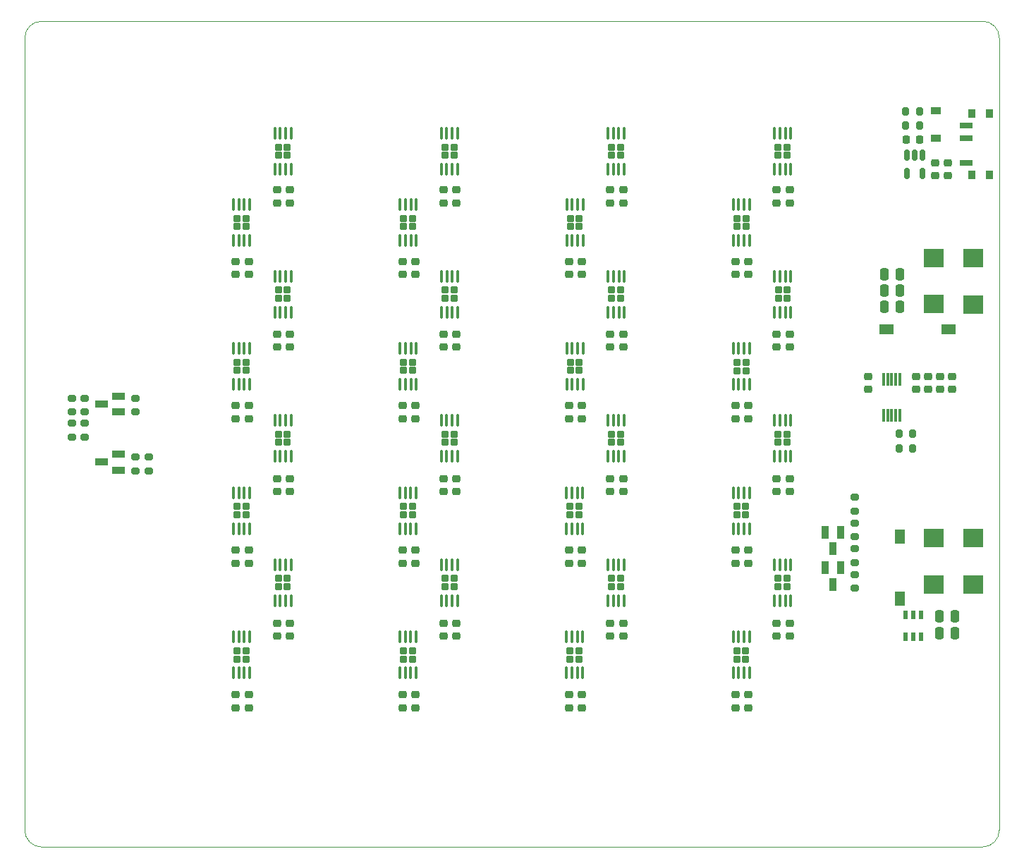
<source format=gtp>
G04 #@! TF.GenerationSoftware,KiCad,Pcbnew,(6.0.10)*
G04 #@! TF.CreationDate,2023-12-11T17:01:48-05:00*
G04 #@! TF.ProjectId,UltrasonicDrive,556c7472-6173-46f6-9e69-634472697665,rev?*
G04 #@! TF.SameCoordinates,Original*
G04 #@! TF.FileFunction,Paste,Top*
G04 #@! TF.FilePolarity,Positive*
%FSLAX46Y46*%
G04 Gerber Fmt 4.6, Leading zero omitted, Abs format (unit mm)*
G04 Created by KiCad (PCBNEW (6.0.10)) date 2023-12-11 17:01:48*
%MOMM*%
%LPD*%
G01*
G04 APERTURE LIST*
G04 Aperture macros list*
%AMRoundRect*
0 Rectangle with rounded corners*
0 $1 Rounding radius*
0 $2 $3 $4 $5 $6 $7 $8 $9 X,Y pos of 4 corners*
0 Add a 4 corners polygon primitive as box body*
4,1,4,$2,$3,$4,$5,$6,$7,$8,$9,$2,$3,0*
0 Add four circle primitives for the rounded corners*
1,1,$1+$1,$2,$3*
1,1,$1+$1,$4,$5*
1,1,$1+$1,$6,$7*
1,1,$1+$1,$8,$9*
0 Add four rect primitives between the rounded corners*
20,1,$1+$1,$2,$3,$4,$5,0*
20,1,$1+$1,$4,$5,$6,$7,0*
20,1,$1+$1,$6,$7,$8,$9,0*
20,1,$1+$1,$8,$9,$2,$3,0*%
G04 Aperture macros list end*
G04 #@! TA.AperFunction,Profile*
%ADD10C,0.100000*%
G04 #@! TD*
%ADD11RoundRect,0.225000X0.250000X-0.225000X0.250000X0.225000X-0.250000X0.225000X-0.250000X-0.225000X0*%
%ADD12RoundRect,0.205000X-0.245000X0.205000X-0.245000X-0.205000X0.245000X-0.205000X0.245000X0.205000X0*%
%ADD13RoundRect,0.100000X-0.100000X0.625000X-0.100000X-0.625000X0.100000X-0.625000X0.100000X0.625000X0*%
%ADD14RoundRect,0.225000X-0.250000X0.225000X-0.250000X-0.225000X0.250000X-0.225000X0.250000X0.225000X0*%
%ADD15RoundRect,0.200000X-0.275000X0.200000X-0.275000X-0.200000X0.275000X-0.200000X0.275000X0.200000X0*%
%ADD16RoundRect,0.250000X0.250000X0.475000X-0.250000X0.475000X-0.250000X-0.475000X0.250000X-0.475000X0*%
%ADD17R,1.600200X0.863600*%
%ADD18R,2.449195X2.179396*%
%ADD19R,1.219200X1.778000*%
%ADD20R,0.863600X1.600200*%
%ADD21RoundRect,0.200000X0.200000X0.275000X-0.200000X0.275000X-0.200000X-0.275000X0.200000X-0.275000X0*%
%ADD22RoundRect,0.200000X0.275000X-0.200000X0.275000X0.200000X-0.275000X0.200000X-0.275000X-0.200000X0*%
%ADD23R,1.200000X0.900000*%
%ADD24RoundRect,0.200000X-0.200000X-0.275000X0.200000X-0.275000X0.200000X0.275000X-0.200000X0.275000X0*%
%ADD25RoundRect,0.150000X-0.150000X0.512500X-0.150000X-0.512500X0.150000X-0.512500X0.150000X0.512500X0*%
%ADD26R,1.498600X0.711200*%
%ADD27R,0.812800X0.990600*%
%ADD28R,1.778000X1.219200*%
%ADD29R,0.330200X1.524000*%
%ADD30R,0.508000X1.016000*%
%ADD31RoundRect,0.225000X0.225000X0.250000X-0.225000X0.250000X-0.225000X-0.250000X0.225000X-0.250000X0*%
G04 APERTURE END LIST*
D10*
X312719114Y-47450000D02*
X312714900Y-142595786D01*
X312719100Y-47450000D02*
G75*
G03*
X310719114Y-45450000I-2000000J0D01*
G01*
X195723314Y-142595786D02*
G75*
G03*
X197723328Y-144595786I1999986J-14D01*
G01*
X195723328Y-142595786D02*
X195723328Y-47454213D01*
X197723328Y-45454213D02*
X310719114Y-45450000D01*
X310714900Y-144595786D02*
X197723328Y-144595786D01*
X310714900Y-144595800D02*
G75*
G03*
X312714900Y-142595786I0J2000000D01*
G01*
X197723328Y-45454228D02*
G75*
G03*
X195723328Y-47454213I-28J-1999972D01*
G01*
D11*
X305620000Y-89640000D03*
X305620000Y-88090000D03*
D12*
X287240000Y-60560000D03*
X286160000Y-61540000D03*
X287240000Y-61540000D03*
X286160000Y-60560000D03*
D13*
X287675000Y-58900000D03*
X287025000Y-58900000D03*
X286375000Y-58900000D03*
X285725000Y-58900000D03*
X285725000Y-63200000D03*
X286375000Y-63200000D03*
X287025000Y-63200000D03*
X287675000Y-63200000D03*
D14*
X221050000Y-74275000D03*
X221050000Y-75825000D03*
X282600000Y-126325000D03*
X282600000Y-127875000D03*
X222600000Y-91625000D03*
X222600000Y-93175000D03*
X262600000Y-126325000D03*
X262600000Y-127875000D03*
D15*
X295330000Y-111880000D03*
X295330000Y-113530000D03*
D14*
X286000000Y-65700000D03*
X286000000Y-67250000D03*
X227550000Y-100400000D03*
X227550000Y-101950000D03*
D16*
X300820000Y-77760000D03*
X298920000Y-77760000D03*
D17*
X206954834Y-99350000D03*
X206954834Y-97449998D03*
X204943834Y-98399999D03*
D18*
X304870000Y-79436494D03*
X304870000Y-73863506D03*
D14*
X281050000Y-74275000D03*
X281050000Y-75825000D03*
X242600000Y-108975000D03*
X242600000Y-110525000D03*
D12*
X261197020Y-103734487D03*
X261197020Y-104714487D03*
X262277020Y-103734487D03*
X262277020Y-104714487D03*
D13*
X262712020Y-102074487D03*
X262062020Y-102074487D03*
X261412020Y-102074487D03*
X260762020Y-102074487D03*
X260762020Y-106374487D03*
X261412020Y-106374487D03*
X262062020Y-106374487D03*
X262712020Y-106374487D03*
D14*
X247550000Y-100400000D03*
X247550000Y-101950000D03*
D17*
X206955250Y-92350252D03*
X206955250Y-90450250D03*
X204944250Y-91400251D03*
D11*
X302700000Y-89625000D03*
X302700000Y-88075000D03*
D14*
X262600000Y-91625000D03*
X262600000Y-93175000D03*
D19*
X300770000Y-107307000D03*
X300770000Y-114800000D03*
D14*
X267550000Y-83050000D03*
X267550000Y-84600000D03*
X282600000Y-91625000D03*
X282600000Y-93175000D03*
D12*
X246162020Y-96031028D03*
X247242020Y-96031028D03*
X247242020Y-95051028D03*
X246162020Y-95051028D03*
D13*
X247677020Y-93391028D03*
X247027020Y-93391028D03*
X246377020Y-93391028D03*
X245727020Y-93391028D03*
X245727020Y-97691028D03*
X246377020Y-97691028D03*
X247027020Y-97691028D03*
X247677020Y-97691028D03*
D12*
X242277020Y-121054995D03*
X242277020Y-122034995D03*
X241197020Y-122034995D03*
X241197020Y-121054995D03*
D13*
X242712020Y-119394995D03*
X242062020Y-119394995D03*
X241412020Y-119394995D03*
X240762020Y-119394995D03*
X240762020Y-123694995D03*
X241412020Y-123694995D03*
X242062020Y-123694995D03*
X242712020Y-123694995D03*
D15*
X202932832Y-90713004D03*
X202932832Y-92363004D03*
D11*
X305050000Y-63975000D03*
X305050000Y-62425000D03*
D20*
X293680001Y-106796000D03*
X291779999Y-106796000D03*
X292730000Y-108807000D03*
D14*
X296975000Y-88075000D03*
X296975000Y-89625000D03*
X226000000Y-83050000D03*
X226000000Y-84600000D03*
X287550000Y-83050000D03*
X287550000Y-84600000D03*
D12*
X241215000Y-70089459D03*
X242295000Y-70089459D03*
X242295000Y-69109459D03*
X241215000Y-69109459D03*
D13*
X242730000Y-67449459D03*
X242080000Y-67449459D03*
X241430000Y-67449459D03*
X240780000Y-67449459D03*
X240780000Y-71749459D03*
X241430000Y-71749459D03*
X242080000Y-71749459D03*
X242730000Y-71749459D03*
D12*
X262277020Y-121054995D03*
X261197020Y-121054995D03*
X262277020Y-122034995D03*
X261197020Y-122034995D03*
D13*
X262712020Y-119394995D03*
X262062020Y-119394995D03*
X261412020Y-119394995D03*
X260762020Y-119394995D03*
X260762020Y-123694995D03*
X261412020Y-123694995D03*
X262062020Y-123694995D03*
X262712020Y-123694995D03*
D14*
X226000000Y-65700000D03*
X226000000Y-67250000D03*
D16*
X307420000Y-116890000D03*
X305520000Y-116890000D03*
D11*
X304160000Y-89630000D03*
X304160000Y-88080000D03*
D16*
X307420000Y-118970000D03*
X305520000Y-118970000D03*
D14*
X222600000Y-108975000D03*
X222600000Y-110525000D03*
X226000000Y-117750000D03*
X226000000Y-119300000D03*
X221050000Y-126325000D03*
X221050000Y-127875000D03*
X261050000Y-91625000D03*
X261050000Y-93175000D03*
X241050000Y-126325000D03*
X241050000Y-127875000D03*
D21*
X302325000Y-96790000D03*
X300675000Y-96790000D03*
D14*
X266000000Y-117750000D03*
X266000000Y-119300000D03*
X286000000Y-83050000D03*
X286000000Y-84600000D03*
D22*
X208999750Y-92375251D03*
X208999750Y-90725251D03*
D12*
X247240000Y-61540000D03*
X246160000Y-61540000D03*
X247240000Y-60560000D03*
X246160000Y-60560000D03*
D13*
X247675000Y-58900000D03*
X247025000Y-58900000D03*
X246375000Y-58900000D03*
X245725000Y-58900000D03*
X245725000Y-63200000D03*
X246375000Y-63200000D03*
X247025000Y-63200000D03*
X247675000Y-63200000D03*
D14*
X261050000Y-108975000D03*
X261050000Y-110525000D03*
D16*
X300820000Y-75797500D03*
X298920000Y-75797500D03*
D12*
X266160000Y-60560000D03*
X267240000Y-60560000D03*
X266160000Y-61540000D03*
X267240000Y-61540000D03*
D13*
X267675000Y-58900000D03*
X267025000Y-58900000D03*
X266375000Y-58900000D03*
X265725000Y-58900000D03*
X265725000Y-63200000D03*
X266375000Y-63200000D03*
X267025000Y-63200000D03*
X267675000Y-63200000D03*
D14*
X266000000Y-65700000D03*
X266000000Y-67250000D03*
X281050000Y-108975000D03*
X281050000Y-110525000D03*
D12*
X281215000Y-87396508D03*
X282295000Y-86416508D03*
X282295000Y-87396508D03*
X281215000Y-86416508D03*
D13*
X282730000Y-84756508D03*
X282080000Y-84756508D03*
X281430000Y-84756508D03*
X280780000Y-84756508D03*
X280780000Y-89056508D03*
X281430000Y-89056508D03*
X282080000Y-89056508D03*
X282730000Y-89056508D03*
D14*
X246000000Y-65700000D03*
X246000000Y-67250000D03*
D12*
X247258274Y-78710681D03*
X246178274Y-78710681D03*
X247258274Y-77730681D03*
X246178274Y-77730681D03*
D13*
X247693274Y-76070681D03*
X247043274Y-76070681D03*
X246393274Y-76070681D03*
X245743274Y-76070681D03*
X245743274Y-80370681D03*
X246393274Y-80370681D03*
X247043274Y-80370681D03*
X247693274Y-80370681D03*
D14*
X261050000Y-74275000D03*
X261050000Y-75825000D03*
X287550000Y-100400000D03*
X287550000Y-101950000D03*
D12*
X246162020Y-112371536D03*
X247242020Y-112371536D03*
X247242020Y-113351536D03*
X246162020Y-113351536D03*
D13*
X247677020Y-110711536D03*
X247027020Y-110711536D03*
X246377020Y-110711536D03*
X245727020Y-110711536D03*
X245727020Y-115011536D03*
X246377020Y-115011536D03*
X247027020Y-115011536D03*
X247677020Y-115011536D03*
D14*
X266000000Y-100400000D03*
X266000000Y-101950000D03*
D15*
X201380000Y-93730000D03*
X201380000Y-95380000D03*
D23*
X305062500Y-59525000D03*
X305062500Y-56225000D03*
D11*
X307080000Y-89640000D03*
X307080000Y-88090000D03*
D14*
X242600000Y-74275000D03*
X242600000Y-75825000D03*
D12*
X241197020Y-103734487D03*
X242277020Y-103734487D03*
X241197020Y-104714487D03*
X242277020Y-104714487D03*
D13*
X242712020Y-102074487D03*
X242062020Y-102074487D03*
X241412020Y-102074487D03*
X240762020Y-102074487D03*
X240762020Y-106374487D03*
X241412020Y-106374487D03*
X242062020Y-106374487D03*
X242712020Y-106374487D03*
D12*
X266162020Y-112371536D03*
X267242020Y-113351536D03*
X267242020Y-112371536D03*
X266162020Y-113351536D03*
D13*
X267677020Y-110711536D03*
X267027020Y-110711536D03*
X266377020Y-110711536D03*
X265727020Y-110711536D03*
X265727020Y-115011536D03*
X266377020Y-115011536D03*
X267027020Y-115011536D03*
X267677020Y-115011536D03*
D14*
X267550000Y-100400000D03*
X267550000Y-101950000D03*
D24*
X301487500Y-56275000D03*
X303137500Y-56275000D03*
D14*
X221050000Y-91625000D03*
X221050000Y-93175000D03*
D12*
X222277020Y-87393979D03*
X221197020Y-86413979D03*
X222277020Y-86413979D03*
X221197020Y-87393979D03*
D13*
X222712020Y-84753979D03*
X222062020Y-84753979D03*
X221412020Y-84753979D03*
X220762020Y-84753979D03*
X220762020Y-89053979D03*
X221412020Y-89053979D03*
X222062020Y-89053979D03*
X222712020Y-89053979D03*
D14*
X227550000Y-65700000D03*
X227550000Y-67250000D03*
X242600000Y-91625000D03*
X242600000Y-93175000D03*
X261050000Y-126325000D03*
X261050000Y-127875000D03*
D12*
X267242020Y-95051028D03*
X267242020Y-96031028D03*
X266162020Y-96031028D03*
X266162020Y-95051028D03*
D13*
X267677020Y-93391028D03*
X267027020Y-93391028D03*
X266377020Y-93391028D03*
X265727020Y-93391028D03*
X265727020Y-97691028D03*
X266377020Y-97691028D03*
X267027020Y-97691028D03*
X267677020Y-97691028D03*
D12*
X286162020Y-96031028D03*
X286162020Y-95051028D03*
X287242020Y-96031028D03*
X287242020Y-95051028D03*
D13*
X287677020Y-93391028D03*
X287027020Y-93391028D03*
X286377020Y-93391028D03*
X285727020Y-93391028D03*
X285727020Y-97691028D03*
X286377020Y-97691028D03*
X287027020Y-97691028D03*
X287677020Y-97691028D03*
D12*
X226162020Y-113351536D03*
X227242020Y-113351536D03*
X227242020Y-112371536D03*
X226162020Y-112371536D03*
D13*
X227677020Y-110711536D03*
X227027020Y-110711536D03*
X226377020Y-110711536D03*
X225727020Y-110711536D03*
X225727020Y-115011536D03*
X226377020Y-115011536D03*
X227027020Y-115011536D03*
X227677020Y-115011536D03*
D15*
X210577750Y-97774999D03*
X210577750Y-99424999D03*
D12*
X221215000Y-69126000D03*
X221215000Y-70106000D03*
X222295000Y-70106000D03*
X222295000Y-69126000D03*
D13*
X222730000Y-67466000D03*
X222080000Y-67466000D03*
X221430000Y-67466000D03*
X220780000Y-67466000D03*
X220780000Y-71766000D03*
X221430000Y-71766000D03*
X222080000Y-71766000D03*
X222730000Y-71766000D03*
D14*
X286000000Y-100400000D03*
X286000000Y-101950000D03*
D24*
X301487500Y-57975000D03*
X303137500Y-57975000D03*
D25*
X303487500Y-61487500D03*
X302537500Y-61487500D03*
X301587500Y-61487500D03*
X301587500Y-63762500D03*
X303487500Y-63762500D03*
D20*
X293680001Y-111074500D03*
X291779999Y-111074500D03*
X292730000Y-113085500D03*
D14*
X262600000Y-74275000D03*
X262600000Y-75825000D03*
D12*
X286180000Y-78713049D03*
X287260000Y-77733049D03*
X286180000Y-77733049D03*
X287260000Y-78713049D03*
D13*
X287695000Y-76073049D03*
X287045000Y-76073049D03*
X286395000Y-76073049D03*
X285745000Y-76073049D03*
X285745000Y-80373049D03*
X286395000Y-80373049D03*
X287045000Y-80373049D03*
X287695000Y-80373049D03*
D26*
X308700000Y-62470001D03*
X308700000Y-59469999D03*
X308700000Y-57969999D03*
D27*
X309400001Y-63870000D03*
X309400001Y-56570000D03*
X311500000Y-63870000D03*
X311500000Y-56570000D03*
D14*
X222600000Y-74275000D03*
X222600000Y-75825000D03*
D12*
X227242020Y-78710520D03*
X227242020Y-77730520D03*
X226162020Y-78710520D03*
X226162020Y-77730520D03*
D13*
X227677020Y-76070520D03*
X227027020Y-76070520D03*
X226377020Y-76070520D03*
X225727020Y-76070520D03*
X225727020Y-80370520D03*
X226377020Y-80370520D03*
X227027020Y-80370520D03*
X227677020Y-80370520D03*
D14*
X267550000Y-65700000D03*
X267550000Y-67250000D03*
X227550000Y-117750000D03*
X227550000Y-119300000D03*
X281050000Y-91625000D03*
X281050000Y-93175000D03*
D12*
X261213274Y-87394140D03*
X262293274Y-86414140D03*
X262293274Y-87394140D03*
X261213274Y-86414140D03*
D13*
X262728274Y-84754140D03*
X262078274Y-84754140D03*
X261428274Y-84754140D03*
X260778274Y-84754140D03*
X260778274Y-89054140D03*
X261428274Y-89054140D03*
X262078274Y-89054140D03*
X262728274Y-89054140D03*
D28*
X299143500Y-82440000D03*
X306636500Y-82440000D03*
D12*
X281215000Y-69109459D03*
X282295000Y-69109459D03*
X281215000Y-70089459D03*
X282295000Y-70089459D03*
D13*
X282730000Y-67449459D03*
X282080000Y-67449459D03*
X281430000Y-67449459D03*
X280780000Y-67449459D03*
X280780000Y-71749459D03*
X281430000Y-71749459D03*
X282080000Y-71749459D03*
X282730000Y-71749459D03*
D14*
X227550000Y-83050000D03*
X227550000Y-84600000D03*
D22*
X295330000Y-110426500D03*
X295330000Y-108776500D03*
D12*
X222277020Y-122034995D03*
X222277020Y-121054995D03*
X221197020Y-121054995D03*
X221197020Y-122034995D03*
D13*
X222712020Y-119394995D03*
X222062020Y-119394995D03*
X221412020Y-119394995D03*
X220762020Y-119394995D03*
X220762020Y-123694995D03*
X221412020Y-123694995D03*
X222062020Y-123694995D03*
X222712020Y-123694995D03*
D14*
X282600000Y-108975000D03*
X282600000Y-110525000D03*
X281050000Y-126325000D03*
X281050000Y-127875000D03*
X287550000Y-65700000D03*
X287550000Y-67250000D03*
D29*
X300800001Y-88428300D03*
X300299999Y-88428300D03*
X299800000Y-88428300D03*
X299300001Y-88428300D03*
X298799999Y-88428300D03*
X298799999Y-92771700D03*
X299300001Y-92771700D03*
X299800000Y-92771700D03*
X300299999Y-92771700D03*
X300800001Y-92771700D03*
D14*
X247550000Y-65700000D03*
X247550000Y-67250000D03*
D12*
X286162020Y-113351536D03*
X287242020Y-112371536D03*
X287242020Y-113351536D03*
X286162020Y-112371536D03*
D13*
X287677020Y-110711536D03*
X287027020Y-110711536D03*
X286377020Y-110711536D03*
X285727020Y-110711536D03*
X285727020Y-115011536D03*
X286377020Y-115011536D03*
X287027020Y-115011536D03*
X287677020Y-115011536D03*
D14*
X266000000Y-83050000D03*
X266000000Y-84600000D03*
D11*
X306575000Y-63975000D03*
X306575000Y-62425000D03*
D12*
X226160000Y-60560000D03*
X227240000Y-60560000D03*
X226160000Y-61540000D03*
X227240000Y-61540000D03*
D13*
X227675000Y-58900000D03*
X227025000Y-58900000D03*
X226375000Y-58900000D03*
X225725000Y-58900000D03*
X225725000Y-63200000D03*
X226375000Y-63200000D03*
X227025000Y-63200000D03*
X227675000Y-63200000D03*
D14*
X246000000Y-117750000D03*
X246000000Y-119300000D03*
D15*
X295321500Y-102630000D03*
X295321500Y-104280000D03*
D14*
X221050000Y-108975000D03*
X221050000Y-110525000D03*
X241050000Y-108975000D03*
X241050000Y-110525000D03*
X247550000Y-117750000D03*
X247550000Y-119300000D03*
D18*
X309620000Y-107537012D03*
X309620000Y-113110000D03*
X309610000Y-79456494D03*
X309610000Y-73883506D03*
D14*
X262600000Y-108975000D03*
X262600000Y-110525000D03*
X241050000Y-91625000D03*
X241050000Y-93175000D03*
D12*
X227242020Y-95051028D03*
X226162020Y-96031028D03*
X227242020Y-96031028D03*
X226162020Y-95051028D03*
D13*
X227677020Y-93391028D03*
X227027020Y-93391028D03*
X226377020Y-93391028D03*
X225727020Y-93391028D03*
X225727020Y-97691028D03*
X226377020Y-97691028D03*
X227027020Y-97691028D03*
X227677020Y-97691028D03*
D14*
X246000000Y-100400000D03*
X246000000Y-101950000D03*
X282600000Y-74275000D03*
X282600000Y-75825000D03*
D15*
X208972250Y-97774999D03*
X208972250Y-99424999D03*
D22*
X201382832Y-92363004D03*
X201382832Y-90713004D03*
D12*
X281197020Y-121054995D03*
X281197020Y-122034995D03*
X282277020Y-122034995D03*
X282277020Y-121054995D03*
D13*
X282712020Y-119394995D03*
X282062020Y-119394995D03*
X281412020Y-119394995D03*
X280762020Y-119394995D03*
X280762020Y-123694995D03*
X281412020Y-123694995D03*
X282062020Y-123694995D03*
X282712020Y-123694995D03*
D14*
X241050000Y-74275000D03*
X241050000Y-75825000D03*
X286000000Y-117750000D03*
X286000000Y-119300000D03*
D21*
X302325000Y-95000000D03*
X300675000Y-95000000D03*
D14*
X287550000Y-117750000D03*
X287550000Y-119300000D03*
X246000000Y-83050000D03*
X246000000Y-84600000D03*
D15*
X202940000Y-93735000D03*
X202940000Y-95385000D03*
D12*
X241213274Y-87394140D03*
X241213274Y-86414140D03*
X242293274Y-87394140D03*
X242293274Y-86414140D03*
D13*
X242728274Y-84754140D03*
X242078274Y-84754140D03*
X241428274Y-84754140D03*
X240778274Y-84754140D03*
X240778274Y-89054140D03*
X241428274Y-89054140D03*
X242078274Y-89054140D03*
X242728274Y-89054140D03*
D12*
X222277020Y-104714487D03*
X221197020Y-104714487D03*
X222277020Y-103734487D03*
X221197020Y-103734487D03*
D13*
X222712020Y-102074487D03*
X222062020Y-102074487D03*
X221412020Y-102074487D03*
X220762020Y-102074487D03*
X220762020Y-106374487D03*
X221412020Y-106374487D03*
X222062020Y-106374487D03*
X222712020Y-106374487D03*
D30*
X303340001Y-116726500D03*
X302390000Y-116726500D03*
X301439999Y-116726500D03*
X301439999Y-119393500D03*
X302390000Y-119393500D03*
X303340001Y-119393500D03*
D12*
X261215000Y-69109459D03*
X261215000Y-70089459D03*
X262295000Y-70089459D03*
X262295000Y-69109459D03*
D13*
X262730000Y-67449459D03*
X262080000Y-67449459D03*
X261430000Y-67449459D03*
X260780000Y-67449459D03*
X260780000Y-71749459D03*
X261430000Y-71749459D03*
X262080000Y-71749459D03*
X262730000Y-71749459D03*
D14*
X242600000Y-126325000D03*
X242600000Y-127875000D03*
D12*
X266178274Y-77730681D03*
X266178274Y-78710681D03*
X267258274Y-77730681D03*
X267258274Y-78710681D03*
D13*
X267693274Y-76070681D03*
X267043274Y-76070681D03*
X266393274Y-76070681D03*
X265743274Y-76070681D03*
X265743274Y-80370681D03*
X266393274Y-80370681D03*
X267043274Y-80370681D03*
X267693274Y-80370681D03*
D14*
X267550000Y-117750000D03*
X267550000Y-119300000D03*
D12*
X281197020Y-103734487D03*
X281197020Y-104714487D03*
X282277020Y-104714487D03*
X282277020Y-103734487D03*
D13*
X282712020Y-102074487D03*
X282062020Y-102074487D03*
X281412020Y-102074487D03*
X280762020Y-102074487D03*
X280762020Y-106374487D03*
X281412020Y-106374487D03*
X282062020Y-106374487D03*
X282712020Y-106374487D03*
D18*
X304880000Y-107517012D03*
X304880000Y-113090000D03*
D14*
X226000000Y-100400000D03*
X226000000Y-101950000D03*
X222600000Y-126325000D03*
X222600000Y-127875000D03*
D16*
X300820000Y-79720000D03*
X298920000Y-79720000D03*
D31*
X303112500Y-59675000D03*
X301562500Y-59675000D03*
D14*
X247550000Y-83050000D03*
X247550000Y-84600000D03*
D15*
X295330000Y-105705000D03*
X295330000Y-107355000D03*
M02*

</source>
